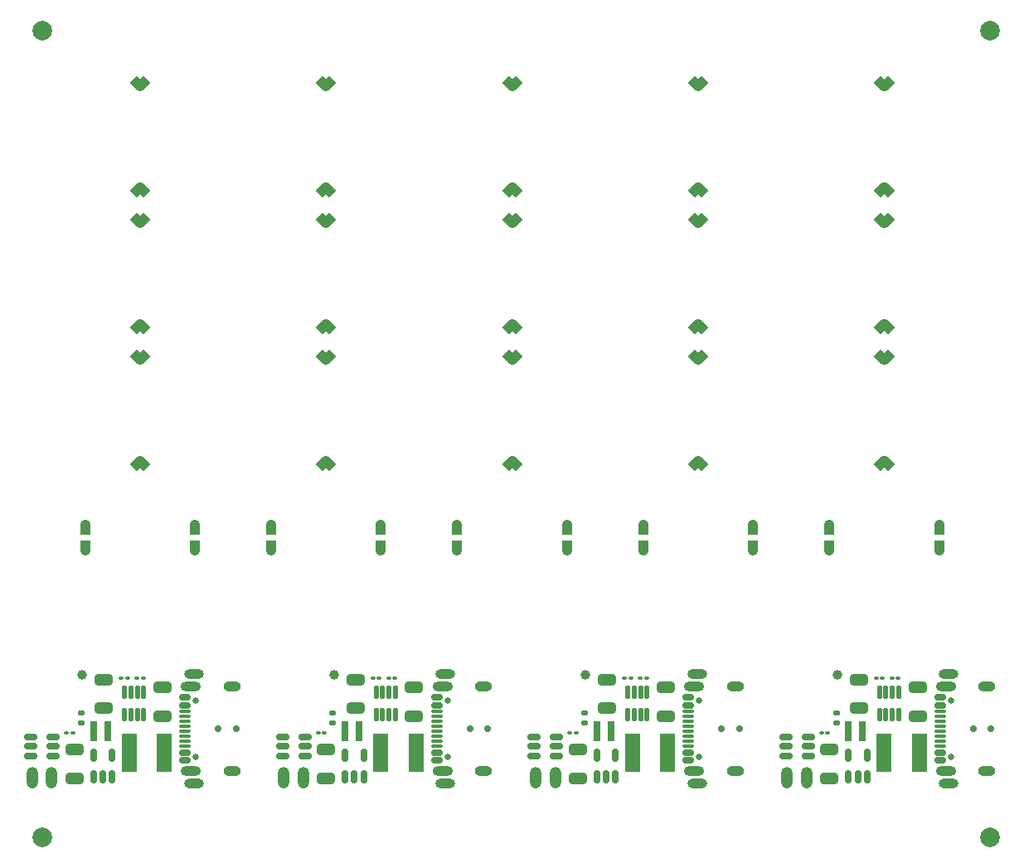
<source format=gbr>
%TF.GenerationSoftware,KiCad,Pcbnew,9.0.3*%
%TF.CreationDate,2025-08-06T20:18:33-04:00*%
%TF.ProjectId,flowstick_main_panel,666c6f77-7374-4696-936b-5f6d61696e5f,rev?*%
%TF.SameCoordinates,Original*%
%TF.FileFunction,Soldermask,Bot*%
%TF.FilePolarity,Negative*%
%FSLAX46Y46*%
G04 Gerber Fmt 4.6, Leading zero omitted, Abs format (unit mm)*
G04 Created by KiCad (PCBNEW 9.0.3) date 2025-08-06 20:18:33*
%MOMM*%
%LPD*%
G01*
G04 APERTURE LIST*
G04 Aperture macros list*
%AMRoundRect*
0 Rectangle with rounded corners*
0 $1 Rounding radius*
0 $2 $3 $4 $5 $6 $7 $8 $9 X,Y pos of 4 corners*
0 Add a 4 corners polygon primitive as box body*
4,1,4,$2,$3,$4,$5,$6,$7,$8,$9,$2,$3,0*
0 Add four circle primitives for the rounded corners*
1,1,$1+$1,$2,$3*
1,1,$1+$1,$4,$5*
1,1,$1+$1,$6,$7*
1,1,$1+$1,$8,$9*
0 Add four rect primitives between the rounded corners*
20,1,$1+$1,$2,$3,$4,$5,0*
20,1,$1+$1,$4,$5,$6,$7,0*
20,1,$1+$1,$6,$7,$8,$9,0*
20,1,$1+$1,$8,$9,$2,$3,0*%
%AMFreePoly0*
4,1,16,-0.750000,0.499999,0.250000,0.500000,0.356283,0.488573,0.489623,0.438839,0.603553,0.353553,0.688839,0.239624,0.738573,0.106282,0.750000,0.000000,0.738573,-0.106282,0.688839,-0.239624,0.603553,-0.353553,0.489623,-0.438839,0.356283,-0.488573,0.250000,-0.500000,-0.750000,-0.499999,-0.750000,0.499999,-0.750000,0.499999,$1*%
G04 Aperture macros list end*
%ADD10C,2.000000*%
%ADD11FreePoly0,315.000000*%
%ADD12FreePoly0,225.000000*%
%ADD13FreePoly0,45.000000*%
%ADD14FreePoly0,135.000000*%
%ADD15FreePoly0,270.000000*%
%ADD16FreePoly0,90.000000*%
%ADD17RoundRect,0.125000X0.125000X-0.537500X0.125000X0.537500X-0.125000X0.537500X-0.125000X-0.537500X0*%
%ADD18O,2.000000X1.000000*%
%ADD19RoundRect,0.100000X0.130000X0.100000X-0.130000X0.100000X-0.130000X-0.100000X0.130000X-0.100000X0*%
%ADD20RoundRect,0.150000X-0.512500X-0.150000X0.512500X-0.150000X0.512500X0.150000X-0.512500X0.150000X0*%
%ADD21RoundRect,0.250000X0.650000X-0.325000X0.650000X0.325000X-0.650000X0.325000X-0.650000X-0.325000X0*%
%ADD22R,1.500000X4.000000*%
%ADD23C,1.000000*%
%ADD24RoundRect,0.140000X0.170000X-0.140000X0.170000X0.140000X-0.170000X0.140000X-0.170000X-0.140000X0*%
%ADD25C,0.650000*%
%ADD26RoundRect,0.150000X-0.425000X0.150000X-0.425000X-0.150000X0.425000X-0.150000X0.425000X0.150000X0*%
%ADD27RoundRect,0.075000X-0.500000X0.075000X-0.500000X-0.075000X0.500000X-0.075000X0.500000X0.075000X0*%
%ADD28O,1.800000X1.000000*%
%ADD29O,2.100000X1.000000*%
%ADD30C,0.700000*%
%ADD31RoundRect,0.150000X0.150000X-0.512500X0.150000X0.512500X-0.150000X0.512500X-0.150000X-0.512500X0*%
%ADD32R,0.700000X2.000000*%
%ADD33O,1.200000X2.200000*%
%ADD34C,1.200000*%
%ADD35RoundRect,0.250000X-0.650000X0.325000X-0.650000X-0.325000X0.650000X-0.325000X0.650000X0.325000X0*%
%ADD36RoundRect,0.100000X-0.130000X-0.100000X0.130000X-0.100000X0.130000X0.100000X-0.130000X0.100000X0*%
G04 APERTURE END LIST*
D10*
%TO.C,REF\u002A\u002A*%
X194800000Y-147400000D03*
%TD*%
%TO.C,REF\u002A\u002A*%
X194800000Y-65000000D03*
%TD*%
%TO.C,REF\u002A\u002A*%
X98000000Y-65000000D03*
%TD*%
%TO.C,REF\u002A\u002A*%
X98000000Y-147400000D03*
%TD*%
D11*
%TO.C,REF\u002A\u002A*%
X183823227Y-70473247D03*
D12*
X184176781Y-70473247D03*
D13*
X183823227Y-81126801D03*
D14*
X184176781Y-81126801D03*
%TD*%
D15*
%TO.C,J4*%
X189600000Y-117850012D03*
%TD*%
D16*
%TO.C,J3*%
X178400000Y-115750012D03*
%TD*%
D15*
%TO.C,J1*%
X178400000Y-117850012D03*
%TD*%
D16*
%TO.C,J2*%
X189600000Y-115750012D03*
%TD*%
D12*
%TO.C,REF\u002A\u002A*%
X184176777Y-84473235D03*
D11*
X183823223Y-84473235D03*
D13*
X183823223Y-95126789D03*
D14*
X184176777Y-95126789D03*
%TD*%
D11*
%TO.C,REF\u002A\u002A*%
X183823223Y-98473235D03*
D12*
X184176777Y-98473235D03*
D13*
X183823223Y-109126789D03*
D14*
X184176777Y-109126789D03*
%TD*%
D11*
%TO.C,REF\u002A\u002A*%
X164823227Y-70473235D03*
D12*
X165176781Y-70473235D03*
D13*
X164823227Y-81126789D03*
D14*
X165176781Y-81126789D03*
%TD*%
D16*
%TO.C,J2*%
X170600000Y-115750000D03*
%TD*%
D15*
%TO.C,J1*%
X159400000Y-117850000D03*
%TD*%
%TO.C,J4*%
X170600000Y-117850000D03*
%TD*%
D16*
%TO.C,J3*%
X159400000Y-115750000D03*
%TD*%
D17*
%TO.C,U2*%
X185475000Y-134837500D03*
X184825000Y-134837500D03*
X184175000Y-134837500D03*
X183525000Y-134837500D03*
X183525000Y-132562500D03*
X184175000Y-132562500D03*
X184825000Y-132562500D03*
X185475000Y-132562500D03*
%TD*%
D18*
%TO.C,J5*%
X190600000Y-130700000D03*
%TD*%
D19*
%TO.C,R6*%
X183820000Y-131100000D03*
X183180000Y-131100000D03*
%TD*%
D20*
%TO.C,U4*%
X173962500Y-139050000D03*
X173962500Y-138100000D03*
X173962500Y-137150000D03*
X176237500Y-137150000D03*
X176237500Y-138100000D03*
X176237500Y-139050000D03*
%TD*%
D21*
%TO.C,C10*%
X181400000Y-134200000D03*
X181400000Y-131250000D03*
%TD*%
D22*
%TO.C,L3*%
X187600000Y-138700000D03*
X184000000Y-138700000D03*
%TD*%
D23*
%TO.C,TP1*%
X179200000Y-130800000D03*
%TD*%
D18*
%TO.C,J2*%
X190600000Y-141900000D03*
%TD*%
D24*
%TO.C,C1*%
X179100000Y-135680000D03*
X179100000Y-134720000D03*
%TD*%
D25*
%TO.C,J1*%
X190795000Y-133410000D03*
X190795000Y-139190000D03*
D26*
X189720000Y-133100000D03*
X189720000Y-133900000D03*
D27*
X189720000Y-135050000D03*
X189720000Y-136050000D03*
X189720000Y-136550000D03*
X189720000Y-137550000D03*
D26*
X189720000Y-138700000D03*
X189720000Y-139500000D03*
X189720000Y-139500000D03*
X189720000Y-138700000D03*
D27*
X189720000Y-138050000D03*
X189720000Y-137050000D03*
X189720000Y-135550000D03*
X189720000Y-134550000D03*
D26*
X189720000Y-133900000D03*
X189720000Y-133100000D03*
D28*
X194475000Y-131980000D03*
D29*
X190295000Y-131980000D03*
D28*
X194475000Y-140620000D03*
D29*
X190295000Y-140620000D03*
%TD*%
D30*
%TO.C,SW1*%
X193100000Y-136300000D03*
X194900000Y-136300000D03*
%TD*%
D31*
%TO.C,U3*%
X182250000Y-141237500D03*
X181300000Y-141237500D03*
X180350000Y-141237500D03*
X180350000Y-138962500D03*
X182250000Y-138962500D03*
%TD*%
D32*
%TO.C,L4*%
X181800000Y-136525000D03*
X180350000Y-136525000D03*
%TD*%
D21*
%TO.C,C9*%
X187400000Y-134975000D03*
X187400000Y-132025000D03*
%TD*%
D19*
%TO.C,R5*%
X185420000Y-131100000D03*
X184780000Y-131100000D03*
%TD*%
D33*
%TO.C,BT1*%
X176100000Y-141300000D03*
D34*
X176100000Y-141800000D03*
D33*
X174100000Y-141300000D03*
D34*
X174100000Y-141800000D03*
%TD*%
D35*
%TO.C,C12*%
X178400000Y-138425000D03*
X178400000Y-141375000D03*
%TD*%
D36*
%TO.C,R12*%
X177600000Y-136700000D03*
X178240000Y-136700000D03*
%TD*%
D11*
%TO.C,REF\u002A\u002A*%
X164823223Y-98473223D03*
D12*
X165176777Y-98473223D03*
D13*
X164823223Y-109126777D03*
D14*
X165176777Y-109126777D03*
%TD*%
D12*
%TO.C,REF\u002A\u002A*%
X165176777Y-84473223D03*
D11*
X164823223Y-84473223D03*
D13*
X164823223Y-95126777D03*
D14*
X165176777Y-95126777D03*
%TD*%
D18*
%TO.C,J2*%
X164900000Y-141900000D03*
%TD*%
D17*
%TO.C,U2*%
X159775000Y-134837500D03*
X159125000Y-134837500D03*
X158475000Y-134837500D03*
X157825000Y-134837500D03*
X157825000Y-132562500D03*
X158475000Y-132562500D03*
X159125000Y-132562500D03*
X159775000Y-132562500D03*
%TD*%
D18*
%TO.C,J5*%
X164900000Y-130700000D03*
%TD*%
D25*
%TO.C,J1*%
X165095000Y-133410000D03*
X165095000Y-139190000D03*
D26*
X164020000Y-133100000D03*
X164020000Y-133900000D03*
D27*
X164020000Y-135050000D03*
X164020000Y-136050000D03*
X164020000Y-136550000D03*
X164020000Y-137550000D03*
D26*
X164020000Y-138700000D03*
X164020000Y-139500000D03*
X164020000Y-139500000D03*
X164020000Y-138700000D03*
D27*
X164020000Y-138050000D03*
X164020000Y-137050000D03*
X164020000Y-135550000D03*
X164020000Y-134550000D03*
D26*
X164020000Y-133900000D03*
X164020000Y-133100000D03*
D28*
X168775000Y-131980000D03*
D29*
X164595000Y-131980000D03*
D28*
X168775000Y-140620000D03*
D29*
X164595000Y-140620000D03*
%TD*%
D23*
%TO.C,TP1*%
X153500000Y-130800000D03*
%TD*%
D36*
%TO.C,R12*%
X151900000Y-136700000D03*
X152540000Y-136700000D03*
%TD*%
D35*
%TO.C,C12*%
X152700000Y-138425000D03*
X152700000Y-141375000D03*
%TD*%
D33*
%TO.C,BT1*%
X150400000Y-141300000D03*
D34*
X150400000Y-141800000D03*
D33*
X148400000Y-141300000D03*
D34*
X148400000Y-141800000D03*
%TD*%
D19*
%TO.C,R5*%
X159720000Y-131100000D03*
X159080000Y-131100000D03*
%TD*%
D21*
%TO.C,C9*%
X161700000Y-134975000D03*
X161700000Y-132025000D03*
%TD*%
D30*
%TO.C,SW1*%
X167400000Y-136300000D03*
X169200000Y-136300000D03*
%TD*%
D32*
%TO.C,L4*%
X156100000Y-136525000D03*
X154650000Y-136525000D03*
%TD*%
D31*
%TO.C,U3*%
X156550000Y-141237500D03*
X155600000Y-141237500D03*
X154650000Y-141237500D03*
X154650000Y-138962500D03*
X156550000Y-138962500D03*
%TD*%
D24*
%TO.C,C1*%
X153400000Y-135680000D03*
X153400000Y-134720000D03*
%TD*%
D20*
%TO.C,U4*%
X148262500Y-139050000D03*
X148262500Y-138100000D03*
X148262500Y-137150000D03*
X150537500Y-137150000D03*
X150537500Y-138100000D03*
X150537500Y-139050000D03*
%TD*%
D22*
%TO.C,L3*%
X161900000Y-138700000D03*
X158300000Y-138700000D03*
%TD*%
D21*
%TO.C,C10*%
X155700000Y-134200000D03*
X155700000Y-131250000D03*
%TD*%
D19*
%TO.C,R6*%
X158120000Y-131100000D03*
X157480000Y-131100000D03*
%TD*%
D11*
%TO.C,REF\u002A\u002A*%
X145823223Y-98473223D03*
D12*
X146176777Y-98473223D03*
D13*
X145823223Y-109126777D03*
D14*
X146176777Y-109126777D03*
%TD*%
D12*
%TO.C,REF\u002A\u002A*%
X146176777Y-84473223D03*
D11*
X145823223Y-84473223D03*
D13*
X145823223Y-95126777D03*
D14*
X146176777Y-95126777D03*
%TD*%
D11*
%TO.C,REF\u002A\u002A*%
X145823227Y-70473235D03*
D12*
X146176781Y-70473235D03*
D13*
X145823227Y-81126789D03*
D14*
X146176781Y-81126789D03*
%TD*%
D16*
%TO.C,J3*%
X140400000Y-115750000D03*
%TD*%
D15*
%TO.C,J4*%
X151600000Y-117850000D03*
%TD*%
%TO.C,J1*%
X140400000Y-117850000D03*
%TD*%
D16*
%TO.C,J2*%
X151600000Y-115750000D03*
%TD*%
D11*
%TO.C,REF\u002A\u002A*%
X126823223Y-70473223D03*
D12*
X127176777Y-70473223D03*
D13*
X126823223Y-81126777D03*
D14*
X127176777Y-81126777D03*
%TD*%
D12*
%TO.C,REF\u002A\u002A*%
X127176773Y-84473211D03*
D11*
X126823219Y-84473211D03*
D13*
X126823219Y-95126765D03*
D14*
X127176773Y-95126765D03*
%TD*%
D11*
%TO.C,REF\u002A\u002A*%
X126823219Y-98473211D03*
D12*
X127176773Y-98473211D03*
D13*
X126823219Y-109126765D03*
D14*
X127176773Y-109126765D03*
%TD*%
D35*
%TO.C,C12*%
X127000000Y-138425000D03*
X127000000Y-141375000D03*
%TD*%
D19*
%TO.C,R6*%
X132420000Y-131100000D03*
X131780000Y-131100000D03*
%TD*%
%TO.C,R5*%
X134020000Y-131100000D03*
X133380000Y-131100000D03*
%TD*%
D17*
%TO.C,U2*%
X134075000Y-134837500D03*
X133425000Y-134837500D03*
X132775000Y-134837500D03*
X132125000Y-134837500D03*
X132125000Y-132562500D03*
X132775000Y-132562500D03*
X133425000Y-132562500D03*
X134075000Y-132562500D03*
%TD*%
D21*
%TO.C,C10*%
X130000000Y-134200000D03*
X130000000Y-131250000D03*
%TD*%
D22*
%TO.C,L3*%
X136200000Y-138700000D03*
X132600000Y-138700000D03*
%TD*%
D20*
%TO.C,U4*%
X122562500Y-139050000D03*
X122562500Y-138100000D03*
X122562500Y-137150000D03*
X124837500Y-137150000D03*
X124837500Y-138100000D03*
X124837500Y-139050000D03*
%TD*%
D24*
%TO.C,C1*%
X127700000Y-135680000D03*
X127700000Y-134720000D03*
%TD*%
D36*
%TO.C,R12*%
X126200000Y-136700000D03*
X126840000Y-136700000D03*
%TD*%
D33*
%TO.C,BT1*%
X124700000Y-141300000D03*
D34*
X124700000Y-141800000D03*
D33*
X122700000Y-141300000D03*
D34*
X122700000Y-141800000D03*
%TD*%
D31*
%TO.C,U3*%
X130850000Y-141237500D03*
X129900000Y-141237500D03*
X128950000Y-141237500D03*
X128950000Y-138962500D03*
X130850000Y-138962500D03*
%TD*%
D32*
%TO.C,L4*%
X130400000Y-136525000D03*
X128950000Y-136525000D03*
%TD*%
D30*
%TO.C,SW1*%
X141700000Y-136300000D03*
X143500000Y-136300000D03*
%TD*%
D21*
%TO.C,C9*%
X136000000Y-134975000D03*
X136000000Y-132025000D03*
%TD*%
D25*
%TO.C,J1*%
X139395000Y-133410000D03*
X139395000Y-139190000D03*
D26*
X138320000Y-133100000D03*
X138320000Y-133900000D03*
D27*
X138320000Y-135050000D03*
X138320000Y-136050000D03*
X138320000Y-136550000D03*
X138320000Y-137550000D03*
D26*
X138320000Y-138700000D03*
X138320000Y-139500000D03*
X138320000Y-139500000D03*
X138320000Y-138700000D03*
D27*
X138320000Y-138050000D03*
X138320000Y-137050000D03*
X138320000Y-135550000D03*
X138320000Y-134550000D03*
D26*
X138320000Y-133900000D03*
X138320000Y-133100000D03*
D28*
X143075000Y-131980000D03*
D29*
X138895000Y-131980000D03*
D28*
X143075000Y-140620000D03*
D29*
X138895000Y-140620000D03*
%TD*%
D23*
%TO.C,TP1*%
X127800000Y-130800000D03*
%TD*%
D18*
%TO.C,J5*%
X139200000Y-130700000D03*
%TD*%
%TO.C,J2*%
X139200000Y-141900000D03*
%TD*%
D16*
%TO.C,J2*%
X132599996Y-115749988D03*
%TD*%
%TO.C,J3*%
X121399996Y-115749988D03*
%TD*%
D15*
%TO.C,J1*%
X121399996Y-117849988D03*
%TD*%
%TO.C,J4*%
X132599996Y-117849988D03*
%TD*%
D11*
%TO.C,REF\u002A\u002A*%
X107823223Y-98473223D03*
D12*
X108176777Y-98473223D03*
D13*
X107823223Y-109126777D03*
D14*
X108176777Y-109126777D03*
%TD*%
D12*
%TO.C,REF\u002A\u002A*%
X108176777Y-84473223D03*
D11*
X107823223Y-84473223D03*
D13*
X107823223Y-95126777D03*
D14*
X108176777Y-95126777D03*
%TD*%
D33*
%TO.C,BT1*%
X99000000Y-141300000D03*
D34*
X99000000Y-141800000D03*
D33*
X97000000Y-141300000D03*
D34*
X97000000Y-141800000D03*
%TD*%
D11*
%TO.C,REF\u002A\u002A*%
X107823227Y-70473235D03*
D12*
X108176781Y-70473235D03*
D13*
X107823227Y-81126789D03*
D14*
X108176781Y-81126789D03*
%TD*%
D30*
%TO.C,SW1*%
X116000000Y-136300000D03*
X117800000Y-136300000D03*
%TD*%
D31*
%TO.C,U3*%
X105150000Y-141237500D03*
X104200000Y-141237500D03*
X103250000Y-141237500D03*
X103250000Y-138962500D03*
X105150000Y-138962500D03*
%TD*%
D25*
%TO.C,J1*%
X113695000Y-133410000D03*
X113695000Y-139190000D03*
D26*
X112620000Y-133100000D03*
X112620000Y-133900000D03*
D27*
X112620000Y-135050000D03*
X112620000Y-136050000D03*
X112620000Y-136550000D03*
X112620000Y-137550000D03*
D26*
X112620000Y-138700000D03*
X112620000Y-139500000D03*
X112620000Y-139500000D03*
X112620000Y-138700000D03*
D27*
X112620000Y-138050000D03*
X112620000Y-137050000D03*
X112620000Y-135550000D03*
X112620000Y-134550000D03*
D26*
X112620000Y-133900000D03*
X112620000Y-133100000D03*
D28*
X117375000Y-131980000D03*
D29*
X113195000Y-131980000D03*
D28*
X117375000Y-140620000D03*
D29*
X113195000Y-140620000D03*
%TD*%
D24*
%TO.C,C1*%
X102000000Y-135680000D03*
X102000000Y-134720000D03*
%TD*%
D21*
%TO.C,C9*%
X110300000Y-134975000D03*
X110300000Y-132025000D03*
%TD*%
D17*
%TO.C,U2*%
X108375000Y-134837500D03*
X107725000Y-134837500D03*
X107075000Y-134837500D03*
X106425000Y-134837500D03*
X106425000Y-132562500D03*
X107075000Y-132562500D03*
X107725000Y-132562500D03*
X108375000Y-132562500D03*
%TD*%
D20*
%TO.C,U4*%
X96862500Y-139050000D03*
X96862500Y-138100000D03*
X96862500Y-137150000D03*
X99137500Y-137150000D03*
X99137500Y-138100000D03*
X99137500Y-139050000D03*
%TD*%
D19*
%TO.C,R6*%
X106720000Y-131100000D03*
X106080000Y-131100000D03*
%TD*%
D18*
%TO.C,J5*%
X113500000Y-130700000D03*
%TD*%
D21*
%TO.C,C10*%
X104300000Y-134200000D03*
X104300000Y-131250000D03*
%TD*%
D32*
%TO.C,L4*%
X104700000Y-136525000D03*
X103250000Y-136525000D03*
%TD*%
D23*
%TO.C,TP1*%
X102100000Y-130800000D03*
%TD*%
D36*
%TO.C,R12*%
X100500000Y-136700000D03*
X101140000Y-136700000D03*
%TD*%
D18*
%TO.C,J2*%
X113500000Y-141900000D03*
%TD*%
D19*
%TO.C,R5*%
X108320000Y-131100000D03*
X107680000Y-131100000D03*
%TD*%
D22*
%TO.C,L3*%
X110500000Y-138700000D03*
X106900000Y-138700000D03*
%TD*%
D35*
%TO.C,C12*%
X101300000Y-138425000D03*
X101300000Y-141375000D03*
%TD*%
D15*
%TO.C,J1*%
X102400000Y-117850000D03*
%TD*%
D16*
%TO.C,J2*%
X113600000Y-115750000D03*
%TD*%
D15*
%TO.C,J4*%
X113600000Y-117850000D03*
%TD*%
D16*
%TO.C,J3*%
X102400000Y-115750000D03*
%TD*%
M02*

</source>
